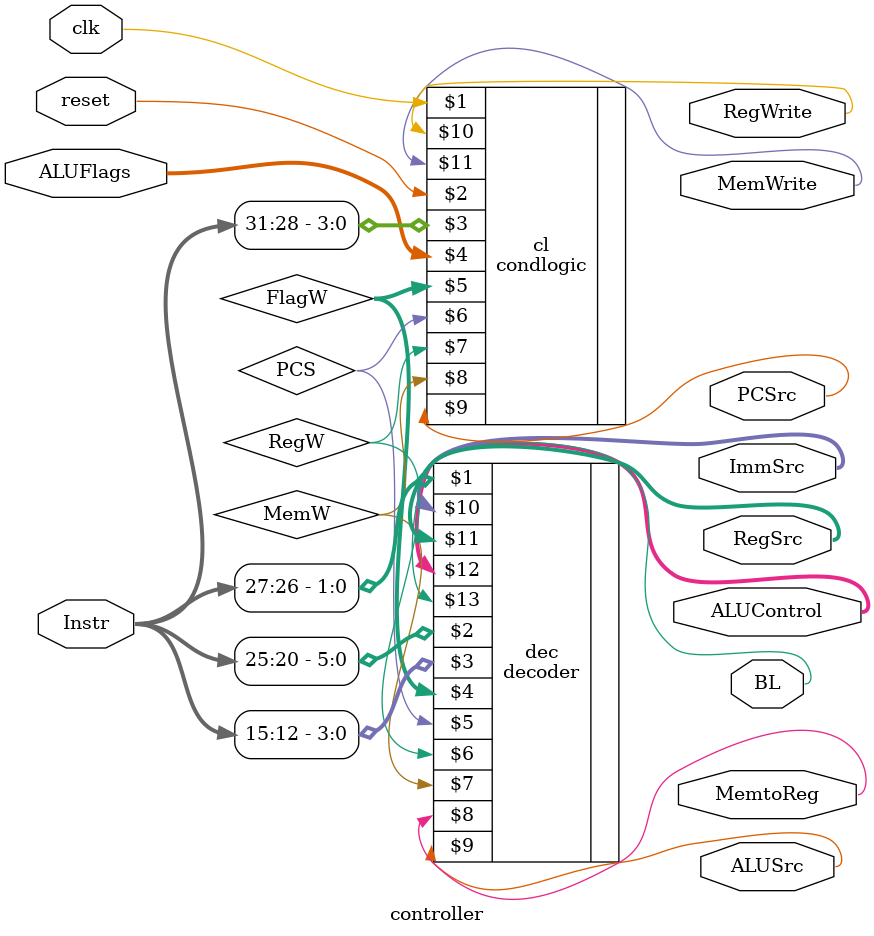
<source format=sv>
 /*
 * This module is the Control Unit of ARM single-cycle processor
 */ 
module controller(input logic clk, reset,
						input logic [31:12] Instr,
						input logic [3:0] ALUFlags,
						output logic [1:0] RegSrc,
						output logic RegWrite,
						output logic [1:0] ImmSrc,
						output logic ALUSrc,
						output logic [2:0] ALUControl,
						output logic MemWrite, MemtoReg,
						output logic PCSrc, BL);
	logic [1:0] FlagW;
	logic PCS, RegW, MemW;

	decoder dec(Instr[27:26], Instr[25:20], Instr[15:12],
					FlagW, PCS, RegW, MemW,
					MemtoReg, ALUSrc, ImmSrc, RegSrc, ALUControl, BL);

	condlogic cl(clk, reset, Instr[31:28], ALUFlags,
					FlagW, PCS, RegW, MemW,
					PCSrc, RegWrite, MemWrite);

endmodule

</source>
